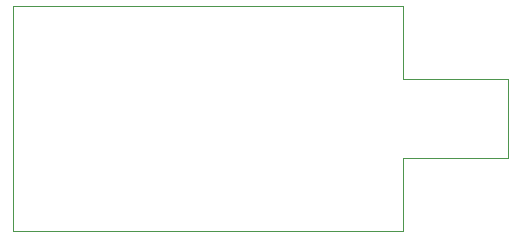
<source format=gbr>
G04 #@! TF.GenerationSoftware,KiCad,Pcbnew,(5.1.5)-3*
G04 #@! TF.CreationDate,2022-03-24T10:50:38-07:00*
G04 #@! TF.ProjectId,wiijoy,7769696a-6f79-42e6-9b69-6361645f7063,rev?*
G04 #@! TF.SameCoordinates,Original*
G04 #@! TF.FileFunction,Profile,NP*
%FSLAX46Y46*%
G04 Gerber Fmt 4.6, Leading zero omitted, Abs format (unit mm)*
G04 Created by KiCad (PCBNEW (5.1.5)-3) date 2022-03-24 10:50:38*
%MOMM*%
%LPD*%
G04 APERTURE LIST*
%ADD10C,0.050000*%
G04 APERTURE END LIST*
D10*
X179298600Y-100109200D02*
X179298600Y-106809200D01*
X170408600Y-93929200D02*
X137388600Y-93929200D01*
X170408600Y-100109200D02*
X170408600Y-93929200D01*
X179298600Y-100109200D02*
X170408600Y-100109200D01*
X170408600Y-106809200D02*
X179298600Y-106809200D01*
X137388600Y-112979200D02*
X137388600Y-93929200D01*
X170408600Y-112979200D02*
X137388600Y-112979200D01*
X170408600Y-106809200D02*
X170408600Y-112979200D01*
M02*

</source>
